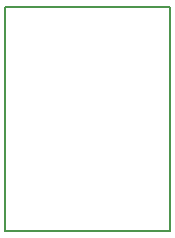
<source format=gm1>
G04*
G04 #@! TF.GenerationSoftware,Altium Limited,Altium Designer,20.0.2 (26)*
G04*
G04 Layer_Color=16711935*
%FSLAX25Y25*%
%MOIN*%
G70*
G01*
G75*
%ADD10C,0.00787*%
D10*
X55093Y512D02*
Y75315D01*
X236D02*
X55094D01*
X236Y512D02*
Y75315D01*
Y512D02*
X55094D01*
M02*

</source>
